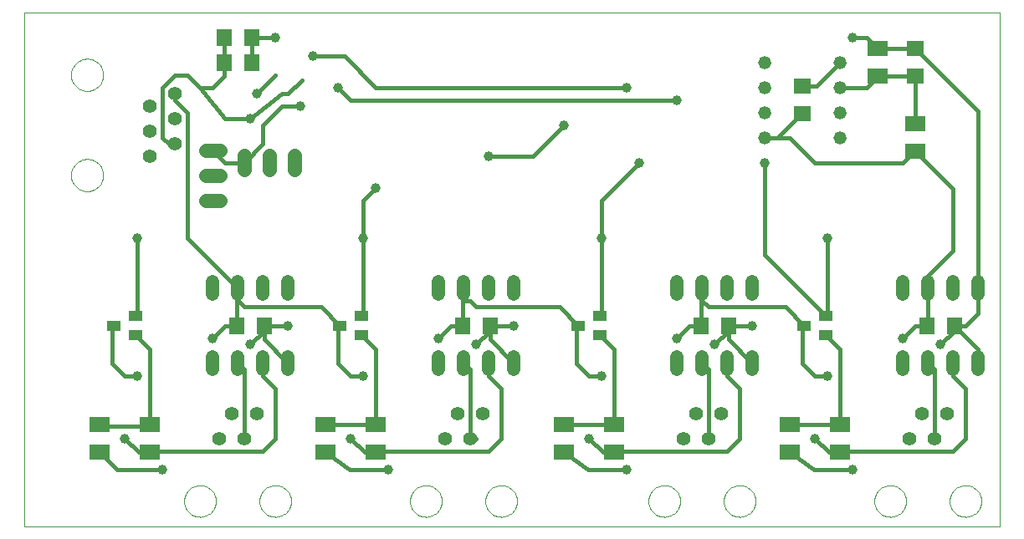
<source format=gbl>
G75*
G70*
%OFA0B0*%
%FSLAX24Y24*%
%IPPOS*%
%LPD*%
%AMOC8*
5,1,8,0,0,1.08239X$1,22.5*
%
%ADD10C,0.0000*%
%ADD11C,0.0520*%
%ADD12R,0.0787X0.0630*%
%ADD13R,0.0630X0.0709*%
%ADD14R,0.0709X0.0630*%
%ADD15R,0.0551X0.0394*%
%ADD16C,0.0554*%
%ADD17C,0.0560*%
%ADD18C,0.0520*%
%ADD19C,0.0560*%
%ADD20C,0.0160*%
%ADD21C,0.0396*%
D10*
X000704Y003195D02*
X000704Y023691D01*
X039574Y023691D01*
X039574Y003195D01*
X000704Y003195D01*
X007074Y004195D02*
X007076Y004245D01*
X007082Y004295D01*
X007092Y004344D01*
X007106Y004392D01*
X007123Y004439D01*
X007144Y004484D01*
X007169Y004528D01*
X007197Y004569D01*
X007229Y004608D01*
X007263Y004645D01*
X007300Y004679D01*
X007340Y004709D01*
X007382Y004736D01*
X007426Y004760D01*
X007472Y004781D01*
X007519Y004797D01*
X007567Y004810D01*
X007617Y004819D01*
X007666Y004824D01*
X007717Y004825D01*
X007767Y004822D01*
X007816Y004815D01*
X007865Y004804D01*
X007913Y004789D01*
X007959Y004771D01*
X008004Y004749D01*
X008047Y004723D01*
X008088Y004694D01*
X008127Y004662D01*
X008163Y004627D01*
X008195Y004589D01*
X008225Y004549D01*
X008252Y004506D01*
X008275Y004462D01*
X008294Y004416D01*
X008310Y004368D01*
X008322Y004319D01*
X008330Y004270D01*
X008334Y004220D01*
X008334Y004170D01*
X008330Y004120D01*
X008322Y004071D01*
X008310Y004022D01*
X008294Y003974D01*
X008275Y003928D01*
X008252Y003884D01*
X008225Y003841D01*
X008195Y003801D01*
X008163Y003763D01*
X008127Y003728D01*
X008088Y003696D01*
X008047Y003667D01*
X008004Y003641D01*
X007959Y003619D01*
X007913Y003601D01*
X007865Y003586D01*
X007816Y003575D01*
X007767Y003568D01*
X007717Y003565D01*
X007666Y003566D01*
X007617Y003571D01*
X007567Y003580D01*
X007519Y003593D01*
X007472Y003609D01*
X007426Y003630D01*
X007382Y003654D01*
X007340Y003681D01*
X007300Y003711D01*
X007263Y003745D01*
X007229Y003782D01*
X007197Y003821D01*
X007169Y003862D01*
X007144Y003906D01*
X007123Y003951D01*
X007106Y003998D01*
X007092Y004046D01*
X007082Y004095D01*
X007076Y004145D01*
X007074Y004195D01*
X010074Y004195D02*
X010076Y004245D01*
X010082Y004295D01*
X010092Y004344D01*
X010106Y004392D01*
X010123Y004439D01*
X010144Y004484D01*
X010169Y004528D01*
X010197Y004569D01*
X010229Y004608D01*
X010263Y004645D01*
X010300Y004679D01*
X010340Y004709D01*
X010382Y004736D01*
X010426Y004760D01*
X010472Y004781D01*
X010519Y004797D01*
X010567Y004810D01*
X010617Y004819D01*
X010666Y004824D01*
X010717Y004825D01*
X010767Y004822D01*
X010816Y004815D01*
X010865Y004804D01*
X010913Y004789D01*
X010959Y004771D01*
X011004Y004749D01*
X011047Y004723D01*
X011088Y004694D01*
X011127Y004662D01*
X011163Y004627D01*
X011195Y004589D01*
X011225Y004549D01*
X011252Y004506D01*
X011275Y004462D01*
X011294Y004416D01*
X011310Y004368D01*
X011322Y004319D01*
X011330Y004270D01*
X011334Y004220D01*
X011334Y004170D01*
X011330Y004120D01*
X011322Y004071D01*
X011310Y004022D01*
X011294Y003974D01*
X011275Y003928D01*
X011252Y003884D01*
X011225Y003841D01*
X011195Y003801D01*
X011163Y003763D01*
X011127Y003728D01*
X011088Y003696D01*
X011047Y003667D01*
X011004Y003641D01*
X010959Y003619D01*
X010913Y003601D01*
X010865Y003586D01*
X010816Y003575D01*
X010767Y003568D01*
X010717Y003565D01*
X010666Y003566D01*
X010617Y003571D01*
X010567Y003580D01*
X010519Y003593D01*
X010472Y003609D01*
X010426Y003630D01*
X010382Y003654D01*
X010340Y003681D01*
X010300Y003711D01*
X010263Y003745D01*
X010229Y003782D01*
X010197Y003821D01*
X010169Y003862D01*
X010144Y003906D01*
X010123Y003951D01*
X010106Y003998D01*
X010092Y004046D01*
X010082Y004095D01*
X010076Y004145D01*
X010074Y004195D01*
X016074Y004195D02*
X016076Y004245D01*
X016082Y004295D01*
X016092Y004344D01*
X016106Y004392D01*
X016123Y004439D01*
X016144Y004484D01*
X016169Y004528D01*
X016197Y004569D01*
X016229Y004608D01*
X016263Y004645D01*
X016300Y004679D01*
X016340Y004709D01*
X016382Y004736D01*
X016426Y004760D01*
X016472Y004781D01*
X016519Y004797D01*
X016567Y004810D01*
X016617Y004819D01*
X016666Y004824D01*
X016717Y004825D01*
X016767Y004822D01*
X016816Y004815D01*
X016865Y004804D01*
X016913Y004789D01*
X016959Y004771D01*
X017004Y004749D01*
X017047Y004723D01*
X017088Y004694D01*
X017127Y004662D01*
X017163Y004627D01*
X017195Y004589D01*
X017225Y004549D01*
X017252Y004506D01*
X017275Y004462D01*
X017294Y004416D01*
X017310Y004368D01*
X017322Y004319D01*
X017330Y004270D01*
X017334Y004220D01*
X017334Y004170D01*
X017330Y004120D01*
X017322Y004071D01*
X017310Y004022D01*
X017294Y003974D01*
X017275Y003928D01*
X017252Y003884D01*
X017225Y003841D01*
X017195Y003801D01*
X017163Y003763D01*
X017127Y003728D01*
X017088Y003696D01*
X017047Y003667D01*
X017004Y003641D01*
X016959Y003619D01*
X016913Y003601D01*
X016865Y003586D01*
X016816Y003575D01*
X016767Y003568D01*
X016717Y003565D01*
X016666Y003566D01*
X016617Y003571D01*
X016567Y003580D01*
X016519Y003593D01*
X016472Y003609D01*
X016426Y003630D01*
X016382Y003654D01*
X016340Y003681D01*
X016300Y003711D01*
X016263Y003745D01*
X016229Y003782D01*
X016197Y003821D01*
X016169Y003862D01*
X016144Y003906D01*
X016123Y003951D01*
X016106Y003998D01*
X016092Y004046D01*
X016082Y004095D01*
X016076Y004145D01*
X016074Y004195D01*
X019074Y004195D02*
X019076Y004245D01*
X019082Y004295D01*
X019092Y004344D01*
X019106Y004392D01*
X019123Y004439D01*
X019144Y004484D01*
X019169Y004528D01*
X019197Y004569D01*
X019229Y004608D01*
X019263Y004645D01*
X019300Y004679D01*
X019340Y004709D01*
X019382Y004736D01*
X019426Y004760D01*
X019472Y004781D01*
X019519Y004797D01*
X019567Y004810D01*
X019617Y004819D01*
X019666Y004824D01*
X019717Y004825D01*
X019767Y004822D01*
X019816Y004815D01*
X019865Y004804D01*
X019913Y004789D01*
X019959Y004771D01*
X020004Y004749D01*
X020047Y004723D01*
X020088Y004694D01*
X020127Y004662D01*
X020163Y004627D01*
X020195Y004589D01*
X020225Y004549D01*
X020252Y004506D01*
X020275Y004462D01*
X020294Y004416D01*
X020310Y004368D01*
X020322Y004319D01*
X020330Y004270D01*
X020334Y004220D01*
X020334Y004170D01*
X020330Y004120D01*
X020322Y004071D01*
X020310Y004022D01*
X020294Y003974D01*
X020275Y003928D01*
X020252Y003884D01*
X020225Y003841D01*
X020195Y003801D01*
X020163Y003763D01*
X020127Y003728D01*
X020088Y003696D01*
X020047Y003667D01*
X020004Y003641D01*
X019959Y003619D01*
X019913Y003601D01*
X019865Y003586D01*
X019816Y003575D01*
X019767Y003568D01*
X019717Y003565D01*
X019666Y003566D01*
X019617Y003571D01*
X019567Y003580D01*
X019519Y003593D01*
X019472Y003609D01*
X019426Y003630D01*
X019382Y003654D01*
X019340Y003681D01*
X019300Y003711D01*
X019263Y003745D01*
X019229Y003782D01*
X019197Y003821D01*
X019169Y003862D01*
X019144Y003906D01*
X019123Y003951D01*
X019106Y003998D01*
X019092Y004046D01*
X019082Y004095D01*
X019076Y004145D01*
X019074Y004195D01*
X025574Y004195D02*
X025576Y004245D01*
X025582Y004295D01*
X025592Y004344D01*
X025606Y004392D01*
X025623Y004439D01*
X025644Y004484D01*
X025669Y004528D01*
X025697Y004569D01*
X025729Y004608D01*
X025763Y004645D01*
X025800Y004679D01*
X025840Y004709D01*
X025882Y004736D01*
X025926Y004760D01*
X025972Y004781D01*
X026019Y004797D01*
X026067Y004810D01*
X026117Y004819D01*
X026166Y004824D01*
X026217Y004825D01*
X026267Y004822D01*
X026316Y004815D01*
X026365Y004804D01*
X026413Y004789D01*
X026459Y004771D01*
X026504Y004749D01*
X026547Y004723D01*
X026588Y004694D01*
X026627Y004662D01*
X026663Y004627D01*
X026695Y004589D01*
X026725Y004549D01*
X026752Y004506D01*
X026775Y004462D01*
X026794Y004416D01*
X026810Y004368D01*
X026822Y004319D01*
X026830Y004270D01*
X026834Y004220D01*
X026834Y004170D01*
X026830Y004120D01*
X026822Y004071D01*
X026810Y004022D01*
X026794Y003974D01*
X026775Y003928D01*
X026752Y003884D01*
X026725Y003841D01*
X026695Y003801D01*
X026663Y003763D01*
X026627Y003728D01*
X026588Y003696D01*
X026547Y003667D01*
X026504Y003641D01*
X026459Y003619D01*
X026413Y003601D01*
X026365Y003586D01*
X026316Y003575D01*
X026267Y003568D01*
X026217Y003565D01*
X026166Y003566D01*
X026117Y003571D01*
X026067Y003580D01*
X026019Y003593D01*
X025972Y003609D01*
X025926Y003630D01*
X025882Y003654D01*
X025840Y003681D01*
X025800Y003711D01*
X025763Y003745D01*
X025729Y003782D01*
X025697Y003821D01*
X025669Y003862D01*
X025644Y003906D01*
X025623Y003951D01*
X025606Y003998D01*
X025592Y004046D01*
X025582Y004095D01*
X025576Y004145D01*
X025574Y004195D01*
X028574Y004195D02*
X028576Y004245D01*
X028582Y004295D01*
X028592Y004344D01*
X028606Y004392D01*
X028623Y004439D01*
X028644Y004484D01*
X028669Y004528D01*
X028697Y004569D01*
X028729Y004608D01*
X028763Y004645D01*
X028800Y004679D01*
X028840Y004709D01*
X028882Y004736D01*
X028926Y004760D01*
X028972Y004781D01*
X029019Y004797D01*
X029067Y004810D01*
X029117Y004819D01*
X029166Y004824D01*
X029217Y004825D01*
X029267Y004822D01*
X029316Y004815D01*
X029365Y004804D01*
X029413Y004789D01*
X029459Y004771D01*
X029504Y004749D01*
X029547Y004723D01*
X029588Y004694D01*
X029627Y004662D01*
X029663Y004627D01*
X029695Y004589D01*
X029725Y004549D01*
X029752Y004506D01*
X029775Y004462D01*
X029794Y004416D01*
X029810Y004368D01*
X029822Y004319D01*
X029830Y004270D01*
X029834Y004220D01*
X029834Y004170D01*
X029830Y004120D01*
X029822Y004071D01*
X029810Y004022D01*
X029794Y003974D01*
X029775Y003928D01*
X029752Y003884D01*
X029725Y003841D01*
X029695Y003801D01*
X029663Y003763D01*
X029627Y003728D01*
X029588Y003696D01*
X029547Y003667D01*
X029504Y003641D01*
X029459Y003619D01*
X029413Y003601D01*
X029365Y003586D01*
X029316Y003575D01*
X029267Y003568D01*
X029217Y003565D01*
X029166Y003566D01*
X029117Y003571D01*
X029067Y003580D01*
X029019Y003593D01*
X028972Y003609D01*
X028926Y003630D01*
X028882Y003654D01*
X028840Y003681D01*
X028800Y003711D01*
X028763Y003745D01*
X028729Y003782D01*
X028697Y003821D01*
X028669Y003862D01*
X028644Y003906D01*
X028623Y003951D01*
X028606Y003998D01*
X028592Y004046D01*
X028582Y004095D01*
X028576Y004145D01*
X028574Y004195D01*
X034574Y004195D02*
X034576Y004245D01*
X034582Y004295D01*
X034592Y004344D01*
X034606Y004392D01*
X034623Y004439D01*
X034644Y004484D01*
X034669Y004528D01*
X034697Y004569D01*
X034729Y004608D01*
X034763Y004645D01*
X034800Y004679D01*
X034840Y004709D01*
X034882Y004736D01*
X034926Y004760D01*
X034972Y004781D01*
X035019Y004797D01*
X035067Y004810D01*
X035117Y004819D01*
X035166Y004824D01*
X035217Y004825D01*
X035267Y004822D01*
X035316Y004815D01*
X035365Y004804D01*
X035413Y004789D01*
X035459Y004771D01*
X035504Y004749D01*
X035547Y004723D01*
X035588Y004694D01*
X035627Y004662D01*
X035663Y004627D01*
X035695Y004589D01*
X035725Y004549D01*
X035752Y004506D01*
X035775Y004462D01*
X035794Y004416D01*
X035810Y004368D01*
X035822Y004319D01*
X035830Y004270D01*
X035834Y004220D01*
X035834Y004170D01*
X035830Y004120D01*
X035822Y004071D01*
X035810Y004022D01*
X035794Y003974D01*
X035775Y003928D01*
X035752Y003884D01*
X035725Y003841D01*
X035695Y003801D01*
X035663Y003763D01*
X035627Y003728D01*
X035588Y003696D01*
X035547Y003667D01*
X035504Y003641D01*
X035459Y003619D01*
X035413Y003601D01*
X035365Y003586D01*
X035316Y003575D01*
X035267Y003568D01*
X035217Y003565D01*
X035166Y003566D01*
X035117Y003571D01*
X035067Y003580D01*
X035019Y003593D01*
X034972Y003609D01*
X034926Y003630D01*
X034882Y003654D01*
X034840Y003681D01*
X034800Y003711D01*
X034763Y003745D01*
X034729Y003782D01*
X034697Y003821D01*
X034669Y003862D01*
X034644Y003906D01*
X034623Y003951D01*
X034606Y003998D01*
X034592Y004046D01*
X034582Y004095D01*
X034576Y004145D01*
X034574Y004195D01*
X037574Y004195D02*
X037576Y004245D01*
X037582Y004295D01*
X037592Y004344D01*
X037606Y004392D01*
X037623Y004439D01*
X037644Y004484D01*
X037669Y004528D01*
X037697Y004569D01*
X037729Y004608D01*
X037763Y004645D01*
X037800Y004679D01*
X037840Y004709D01*
X037882Y004736D01*
X037926Y004760D01*
X037972Y004781D01*
X038019Y004797D01*
X038067Y004810D01*
X038117Y004819D01*
X038166Y004824D01*
X038217Y004825D01*
X038267Y004822D01*
X038316Y004815D01*
X038365Y004804D01*
X038413Y004789D01*
X038459Y004771D01*
X038504Y004749D01*
X038547Y004723D01*
X038588Y004694D01*
X038627Y004662D01*
X038663Y004627D01*
X038695Y004589D01*
X038725Y004549D01*
X038752Y004506D01*
X038775Y004462D01*
X038794Y004416D01*
X038810Y004368D01*
X038822Y004319D01*
X038830Y004270D01*
X038834Y004220D01*
X038834Y004170D01*
X038830Y004120D01*
X038822Y004071D01*
X038810Y004022D01*
X038794Y003974D01*
X038775Y003928D01*
X038752Y003884D01*
X038725Y003841D01*
X038695Y003801D01*
X038663Y003763D01*
X038627Y003728D01*
X038588Y003696D01*
X038547Y003667D01*
X038504Y003641D01*
X038459Y003619D01*
X038413Y003601D01*
X038365Y003586D01*
X038316Y003575D01*
X038267Y003568D01*
X038217Y003565D01*
X038166Y003566D01*
X038117Y003571D01*
X038067Y003580D01*
X038019Y003593D01*
X037972Y003609D01*
X037926Y003630D01*
X037882Y003654D01*
X037840Y003681D01*
X037800Y003711D01*
X037763Y003745D01*
X037729Y003782D01*
X037697Y003821D01*
X037669Y003862D01*
X037644Y003906D01*
X037623Y003951D01*
X037606Y003998D01*
X037592Y004046D01*
X037582Y004095D01*
X037576Y004145D01*
X037574Y004195D01*
X002564Y017195D02*
X002566Y017245D01*
X002572Y017295D01*
X002582Y017344D01*
X002595Y017393D01*
X002613Y017440D01*
X002634Y017486D01*
X002658Y017529D01*
X002686Y017571D01*
X002717Y017611D01*
X002751Y017648D01*
X002788Y017682D01*
X002828Y017713D01*
X002870Y017741D01*
X002913Y017765D01*
X002959Y017786D01*
X003006Y017804D01*
X003055Y017817D01*
X003104Y017827D01*
X003154Y017833D01*
X003204Y017835D01*
X003254Y017833D01*
X003304Y017827D01*
X003353Y017817D01*
X003402Y017804D01*
X003449Y017786D01*
X003495Y017765D01*
X003538Y017741D01*
X003580Y017713D01*
X003620Y017682D01*
X003657Y017648D01*
X003691Y017611D01*
X003722Y017571D01*
X003750Y017529D01*
X003774Y017486D01*
X003795Y017440D01*
X003813Y017393D01*
X003826Y017344D01*
X003836Y017295D01*
X003842Y017245D01*
X003844Y017195D01*
X003842Y017145D01*
X003836Y017095D01*
X003826Y017046D01*
X003813Y016997D01*
X003795Y016950D01*
X003774Y016904D01*
X003750Y016861D01*
X003722Y016819D01*
X003691Y016779D01*
X003657Y016742D01*
X003620Y016708D01*
X003580Y016677D01*
X003538Y016649D01*
X003495Y016625D01*
X003449Y016604D01*
X003402Y016586D01*
X003353Y016573D01*
X003304Y016563D01*
X003254Y016557D01*
X003204Y016555D01*
X003154Y016557D01*
X003104Y016563D01*
X003055Y016573D01*
X003006Y016586D01*
X002959Y016604D01*
X002913Y016625D01*
X002870Y016649D01*
X002828Y016677D01*
X002788Y016708D01*
X002751Y016742D01*
X002717Y016779D01*
X002686Y016819D01*
X002658Y016861D01*
X002634Y016904D01*
X002613Y016950D01*
X002595Y016997D01*
X002582Y017046D01*
X002572Y017095D01*
X002566Y017145D01*
X002564Y017195D01*
X002564Y021195D02*
X002566Y021245D01*
X002572Y021295D01*
X002582Y021344D01*
X002595Y021393D01*
X002613Y021440D01*
X002634Y021486D01*
X002658Y021529D01*
X002686Y021571D01*
X002717Y021611D01*
X002751Y021648D01*
X002788Y021682D01*
X002828Y021713D01*
X002870Y021741D01*
X002913Y021765D01*
X002959Y021786D01*
X003006Y021804D01*
X003055Y021817D01*
X003104Y021827D01*
X003154Y021833D01*
X003204Y021835D01*
X003254Y021833D01*
X003304Y021827D01*
X003353Y021817D01*
X003402Y021804D01*
X003449Y021786D01*
X003495Y021765D01*
X003538Y021741D01*
X003580Y021713D01*
X003620Y021682D01*
X003657Y021648D01*
X003691Y021611D01*
X003722Y021571D01*
X003750Y021529D01*
X003774Y021486D01*
X003795Y021440D01*
X003813Y021393D01*
X003826Y021344D01*
X003836Y021295D01*
X003842Y021245D01*
X003844Y021195D01*
X003842Y021145D01*
X003836Y021095D01*
X003826Y021046D01*
X003813Y020997D01*
X003795Y020950D01*
X003774Y020904D01*
X003750Y020861D01*
X003722Y020819D01*
X003691Y020779D01*
X003657Y020742D01*
X003620Y020708D01*
X003580Y020677D01*
X003538Y020649D01*
X003495Y020625D01*
X003449Y020604D01*
X003402Y020586D01*
X003353Y020573D01*
X003304Y020563D01*
X003254Y020557D01*
X003204Y020555D01*
X003154Y020557D01*
X003104Y020563D01*
X003055Y020573D01*
X003006Y020586D01*
X002959Y020604D01*
X002913Y020625D01*
X002870Y020649D01*
X002828Y020677D01*
X002788Y020708D01*
X002751Y020742D01*
X002717Y020779D01*
X002686Y020819D01*
X002658Y020861D01*
X002634Y020904D01*
X002613Y020950D01*
X002595Y020997D01*
X002582Y021046D01*
X002572Y021095D01*
X002566Y021145D01*
X002564Y021195D01*
D11*
X008204Y012955D02*
X008204Y012435D01*
X009204Y012435D02*
X009204Y012955D01*
X010204Y012955D02*
X010204Y012435D01*
X011204Y012435D02*
X011204Y012955D01*
X011204Y009955D02*
X011204Y009435D01*
X010204Y009435D02*
X010204Y009955D01*
X009204Y009955D02*
X009204Y009435D01*
X008204Y009435D02*
X008204Y009955D01*
X017204Y009955D02*
X017204Y009435D01*
X018204Y009435D02*
X018204Y009955D01*
X019204Y009955D02*
X019204Y009435D01*
X020204Y009435D02*
X020204Y009955D01*
X020204Y012435D02*
X020204Y012955D01*
X019204Y012955D02*
X019204Y012435D01*
X018204Y012435D02*
X018204Y012955D01*
X017204Y012955D02*
X017204Y012435D01*
X026704Y012435D02*
X026704Y012955D01*
X027704Y012955D02*
X027704Y012435D01*
X028704Y012435D02*
X028704Y012955D01*
X029704Y012955D02*
X029704Y012435D01*
X029704Y009955D02*
X029704Y009435D01*
X028704Y009435D02*
X028704Y009955D01*
X027704Y009955D02*
X027704Y009435D01*
X026704Y009435D02*
X026704Y009955D01*
X035704Y009955D02*
X035704Y009435D01*
X036704Y009435D02*
X036704Y009955D01*
X037704Y009955D02*
X037704Y009435D01*
X038704Y009435D02*
X038704Y009955D01*
X038704Y012435D02*
X038704Y012955D01*
X037704Y012955D02*
X037704Y012435D01*
X036704Y012435D02*
X036704Y012955D01*
X035704Y012955D02*
X035704Y012435D01*
D12*
X033204Y007246D03*
X033204Y006144D03*
X031204Y006144D03*
X031204Y007246D03*
X024204Y007246D03*
X024204Y006144D03*
X022204Y006144D03*
X022204Y007246D03*
X014704Y007246D03*
X014704Y006144D03*
X012704Y006144D03*
X012704Y007246D03*
X005704Y007246D03*
X005704Y006144D03*
X003704Y006144D03*
X003704Y007246D03*
X034704Y021144D03*
X034704Y022246D03*
X036204Y019246D03*
X036204Y018144D03*
D13*
X036653Y011195D03*
X037755Y011195D03*
X028755Y011195D03*
X027653Y011195D03*
X019255Y011195D03*
X018153Y011195D03*
X010255Y011195D03*
X009153Y011195D03*
X008653Y021695D03*
X009755Y021695D03*
X009755Y022695D03*
X008653Y022695D03*
D14*
X031704Y020746D03*
X031704Y019644D03*
X036204Y021144D03*
X036204Y022246D03*
D15*
X032637Y011569D03*
X031771Y011195D03*
X032637Y010821D03*
X023637Y010821D03*
X022771Y011195D03*
X023637Y011569D03*
X014137Y011569D03*
X013271Y011195D03*
X014137Y010821D03*
X005137Y010821D03*
X004271Y011195D03*
X005137Y011569D03*
D16*
X005704Y017945D03*
X006704Y018445D03*
X005704Y018945D03*
X006704Y019445D03*
X005704Y019945D03*
X006704Y020445D03*
D17*
X008954Y007695D03*
X009954Y007695D03*
X009454Y006695D03*
X008454Y006695D03*
X017454Y006695D03*
X018454Y006695D03*
X018954Y007695D03*
X017954Y007695D03*
X026954Y006695D03*
X027954Y006695D03*
X028454Y007695D03*
X027454Y007695D03*
X035954Y006695D03*
X036954Y006695D03*
X037454Y007695D03*
X036454Y007695D03*
D18*
X033204Y018695D03*
X033204Y019695D03*
X033204Y020695D03*
X033204Y021695D03*
X030204Y021695D03*
X030204Y020695D03*
X030204Y019695D03*
X030204Y018695D03*
D19*
X011454Y017975D02*
X011454Y017415D01*
X010454Y017415D02*
X010454Y017975D01*
X009454Y017975D02*
X009454Y017415D01*
X008484Y017195D02*
X007924Y017195D01*
X007924Y016195D02*
X008484Y016195D01*
X008484Y018195D02*
X007924Y018195D01*
D20*
X008204Y018195D02*
X008704Y017695D01*
X009454Y017695D01*
X010204Y018445D01*
X010204Y019195D01*
X010954Y019945D01*
X011704Y019945D01*
X011204Y020445D02*
X010954Y020445D01*
X009704Y019445D01*
X008704Y019445D01*
X007704Y020695D01*
X008204Y020695D01*
X008653Y021144D01*
X008653Y022695D01*
X008653Y021695D01*
X009755Y021695D02*
X009755Y022695D01*
X010704Y022695D01*
X012204Y021945D02*
X013454Y021945D01*
X014704Y020695D01*
X024704Y020695D01*
X026704Y020195D02*
X013704Y020195D01*
X013204Y020695D01*
X011755Y020996D02*
X011204Y020445D01*
X010704Y021195D02*
X009954Y020445D01*
X007704Y020695D02*
X007204Y021195D01*
X006704Y021195D01*
X006204Y020695D01*
X006204Y018695D01*
X006454Y018445D01*
X006704Y018445D01*
X007204Y019695D02*
X007204Y014695D01*
X009204Y012695D01*
X009153Y012644D01*
X009153Y012246D01*
X009454Y011945D01*
X012521Y011945D01*
X013271Y011195D01*
X013204Y011128D01*
X013204Y009695D01*
X013704Y009195D01*
X014204Y009195D01*
X014704Y010254D02*
X014704Y007246D01*
X012704Y007246D01*
X013704Y006695D02*
X014255Y006144D01*
X014704Y006144D01*
X014755Y006195D01*
X019204Y006195D01*
X019704Y006695D01*
X019704Y008695D01*
X019204Y009195D01*
X019204Y009695D01*
X018454Y009445D02*
X018454Y006695D01*
X018704Y006695D01*
X022204Y006144D02*
X023153Y005445D01*
X024704Y005445D01*
X024204Y006144D02*
X023755Y006144D01*
X023204Y006695D01*
X024204Y006144D02*
X024255Y006195D01*
X028704Y006195D01*
X029204Y006695D01*
X029204Y008695D01*
X028704Y009195D01*
X028704Y009695D01*
X027954Y009445D02*
X027954Y006695D01*
X031204Y006144D02*
X032153Y005445D01*
X033704Y005445D01*
X033204Y006144D02*
X032755Y006144D01*
X032204Y006695D01*
X033204Y006144D02*
X033255Y006195D01*
X037704Y006195D01*
X038204Y006695D01*
X038204Y008695D01*
X037704Y009195D01*
X037704Y009695D01*
X036954Y009445D02*
X036954Y006695D01*
X033204Y007246D02*
X033204Y010254D01*
X032637Y010821D01*
X031771Y011195D02*
X031704Y011128D01*
X031704Y009695D01*
X032204Y009195D01*
X032704Y009195D01*
X035704Y010695D02*
X036204Y011195D01*
X036653Y011195D01*
X036704Y011195D02*
X036704Y012695D01*
X036704Y013195D01*
X037704Y014195D01*
X037704Y016644D01*
X036204Y018144D01*
X036204Y018195D02*
X035704Y017695D01*
X032204Y017695D01*
X031204Y018695D01*
X030704Y018695D01*
X031704Y019695D01*
X031704Y019644D01*
X030704Y018695D02*
X030204Y018695D01*
X030204Y017695D02*
X030204Y014002D01*
X032637Y011569D01*
X032704Y011636D01*
X032704Y014695D01*
X031021Y011945D02*
X027954Y011945D01*
X027704Y012195D01*
X027653Y012195D01*
X027653Y011195D01*
X027204Y011195D01*
X026704Y010695D01*
X027704Y009695D02*
X027954Y009445D01*
X028204Y010445D02*
X028755Y010996D01*
X028755Y011195D01*
X029704Y011195D01*
X028755Y011195D02*
X028755Y010644D01*
X029704Y009695D01*
X031704Y011195D02*
X031771Y011195D01*
X031021Y011945D01*
X027653Y012195D02*
X027653Y012644D01*
X027704Y012695D01*
X023704Y011636D02*
X023704Y014695D01*
X023704Y016195D01*
X025204Y017695D01*
X022204Y019195D02*
X020954Y017945D01*
X019204Y017945D01*
X014704Y016695D02*
X014204Y016195D01*
X014204Y014695D01*
X014204Y011636D01*
X014137Y011569D01*
X014137Y010821D02*
X014704Y010254D01*
X017204Y010695D02*
X017704Y011195D01*
X018153Y011195D01*
X018153Y012195D01*
X018454Y012195D01*
X018704Y011945D01*
X022021Y011945D01*
X022771Y011195D01*
X022704Y011128D01*
X022704Y009695D01*
X023204Y009195D01*
X023704Y009195D01*
X024204Y010254D02*
X024204Y007246D01*
X022204Y007246D01*
X018454Y009445D02*
X018204Y009695D01*
X018704Y010445D02*
X019255Y010996D01*
X019255Y011195D01*
X020204Y011195D01*
X019255Y011195D02*
X019255Y010644D01*
X020204Y009695D01*
X023637Y010821D02*
X024204Y010254D01*
X023637Y011569D02*
X023704Y011636D01*
X018153Y012195D02*
X018153Y012644D01*
X018204Y012695D01*
X011204Y011195D02*
X010255Y011195D01*
X010255Y010996D01*
X009704Y010445D01*
X010255Y010644D02*
X010255Y011195D01*
X010255Y010644D02*
X011204Y009695D01*
X010204Y009695D02*
X010204Y009195D01*
X010704Y008695D01*
X010704Y006695D01*
X010204Y006195D01*
X005755Y006195D01*
X005704Y006144D01*
X005255Y006144D01*
X004704Y006695D01*
X003704Y006144D02*
X004403Y005445D01*
X006204Y005445D01*
X005653Y007195D02*
X003704Y007195D01*
X005653Y007195D02*
X005704Y007246D01*
X005704Y010254D01*
X005137Y010821D01*
X004271Y011195D02*
X004204Y011128D01*
X004204Y009695D01*
X004704Y009195D01*
X005204Y009195D01*
X008204Y010695D02*
X008704Y011195D01*
X009153Y011195D01*
X009204Y011195D01*
X009153Y011195D02*
X009153Y012246D01*
X005204Y011636D02*
X005204Y014695D01*
X005204Y011636D02*
X005137Y011569D01*
X009204Y009695D02*
X009454Y009445D01*
X009454Y006695D01*
X012704Y006144D02*
X013653Y005445D01*
X015204Y005445D01*
X031204Y007246D02*
X033204Y007246D01*
X036704Y009695D02*
X036954Y009445D01*
X037204Y010445D02*
X037755Y010996D01*
X037755Y011195D01*
X038204Y011195D01*
X038704Y011695D01*
X038704Y019746D01*
X036204Y022246D01*
X034755Y022246D01*
X034704Y022195D01*
X034704Y022246D01*
X034255Y022695D01*
X033704Y022695D01*
X033204Y021695D02*
X032255Y020746D01*
X031704Y020746D01*
X033204Y020695D02*
X034255Y020695D01*
X034704Y021144D01*
X036204Y021144D01*
X036204Y019246D01*
X036204Y019195D01*
X037755Y011195D02*
X038704Y010246D01*
X038704Y009695D01*
X007204Y019695D02*
X006704Y020195D01*
X006704Y020445D01*
X005704Y019945D02*
X005653Y019996D01*
D21*
X009704Y019445D03*
X009954Y020445D03*
X011704Y019945D03*
X013204Y020695D03*
X012204Y021945D03*
X010704Y022695D03*
X019204Y017945D03*
X022204Y019195D03*
X024704Y020695D03*
X026704Y020195D03*
X025204Y017695D03*
X023704Y014695D03*
X020204Y011195D03*
X018704Y010445D03*
X017204Y010695D03*
X014204Y009195D03*
X011204Y011195D03*
X009704Y010445D03*
X008204Y010695D03*
X005204Y009195D03*
X004704Y006695D03*
X006204Y005445D03*
X013704Y006695D03*
X015204Y005445D03*
X023204Y006695D03*
X024704Y005445D03*
X023704Y009195D03*
X026704Y010695D03*
X028204Y010445D03*
X029704Y011195D03*
X032704Y009195D03*
X035704Y010695D03*
X037204Y010445D03*
X032204Y006695D03*
X033704Y005445D03*
X032704Y014695D03*
X030204Y017695D03*
X033704Y022695D03*
X014704Y016695D03*
X014204Y014695D03*
X005204Y014695D03*
M02*

</source>
